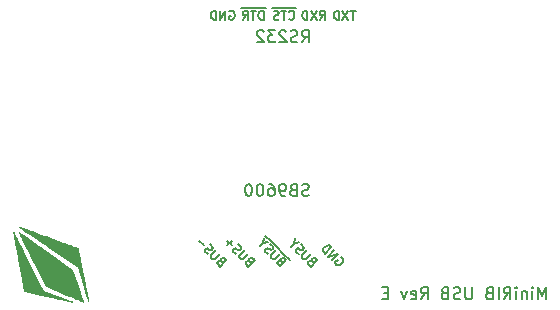
<source format=gbr>
%TF.GenerationSoftware,KiCad,Pcbnew,(6.0.7)*%
%TF.CreationDate,2023-04-17T23:48:31-04:00*%
%TF.ProjectId,minirib-usb,6d696e69-7269-4622-9d75-73622e6b6963,E*%
%TF.SameCoordinates,Original*%
%TF.FileFunction,Legend,Bot*%
%TF.FilePolarity,Positive*%
%FSLAX46Y46*%
G04 Gerber Fmt 4.6, Leading zero omitted, Abs format (unit mm)*
G04 Created by KiCad (PCBNEW (6.0.7)) date 2023-04-17 23:48:31*
%MOMM*%
%LPD*%
G01*
G04 APERTURE LIST*
%ADD10C,0.150000*%
%ADD11C,0.010000*%
G04 APERTURE END LIST*
D10*
X133000000Y-95039285D02*
X133250000Y-94682142D01*
X133428571Y-95039285D02*
X133428571Y-94289285D01*
X133142857Y-94289285D01*
X133071428Y-94325000D01*
X133035714Y-94360714D01*
X133000000Y-94432142D01*
X133000000Y-94539285D01*
X133035714Y-94610714D01*
X133071428Y-94646428D01*
X133142857Y-94682142D01*
X133428571Y-94682142D01*
X132750000Y-94289285D02*
X132250000Y-95039285D01*
X132250000Y-94289285D02*
X132750000Y-95039285D01*
X131964285Y-95039285D02*
X131964285Y-94289285D01*
X131785714Y-94289285D01*
X131678571Y-94325000D01*
X131607142Y-94396428D01*
X131571428Y-94467857D01*
X131535714Y-94610714D01*
X131535714Y-94717857D01*
X131571428Y-94860714D01*
X131607142Y-94932142D01*
X131678571Y-95003571D01*
X131785714Y-95039285D01*
X131964285Y-95039285D01*
X124665892Y-115490130D02*
X124564876Y-115439622D01*
X124514369Y-115439622D01*
X124438607Y-115464876D01*
X124362846Y-115540638D01*
X124337592Y-115616399D01*
X124337592Y-115666907D01*
X124362846Y-115742668D01*
X124564876Y-115944699D01*
X125095206Y-115414369D01*
X124918430Y-115237592D01*
X124842668Y-115212338D01*
X124792161Y-115212338D01*
X124716399Y-115237592D01*
X124665892Y-115288100D01*
X124640638Y-115363861D01*
X124640638Y-115414369D01*
X124665892Y-115490130D01*
X124842668Y-115666907D01*
X124564876Y-114884039D02*
X124135561Y-115313353D01*
X124059800Y-115338607D01*
X124009292Y-115338607D01*
X123933531Y-115313353D01*
X123832516Y-115212338D01*
X123807262Y-115136577D01*
X123807262Y-115086069D01*
X123832516Y-115010308D01*
X124261831Y-114580993D01*
X123529470Y-114858785D02*
X123428455Y-114808277D01*
X123302186Y-114682008D01*
X123276932Y-114606247D01*
X123276932Y-114555739D01*
X123302186Y-114479978D01*
X123352693Y-114429470D01*
X123428455Y-114404216D01*
X123478962Y-114404216D01*
X123554724Y-114429470D01*
X123680993Y-114505231D01*
X123756754Y-114530485D01*
X123807262Y-114530485D01*
X123883023Y-114505231D01*
X123933531Y-114454724D01*
X123958785Y-114378962D01*
X123958785Y-114328455D01*
X123933531Y-114252693D01*
X123807262Y-114126424D01*
X123706247Y-114075917D01*
X123175917Y-114151678D02*
X122771856Y-113747617D01*
X127065892Y-115490130D02*
X126964876Y-115439622D01*
X126914369Y-115439622D01*
X126838607Y-115464876D01*
X126762846Y-115540638D01*
X126737592Y-115616399D01*
X126737592Y-115666907D01*
X126762846Y-115742668D01*
X126964876Y-115944699D01*
X127495206Y-115414369D01*
X127318430Y-115237592D01*
X127242668Y-115212338D01*
X127192161Y-115212338D01*
X127116399Y-115237592D01*
X127065892Y-115288100D01*
X127040638Y-115363861D01*
X127040638Y-115414369D01*
X127065892Y-115490130D01*
X127242668Y-115666907D01*
X126964876Y-114884039D02*
X126535561Y-115313353D01*
X126459800Y-115338607D01*
X126409292Y-115338607D01*
X126333531Y-115313353D01*
X126232516Y-115212338D01*
X126207262Y-115136577D01*
X126207262Y-115086069D01*
X126232516Y-115010308D01*
X126661831Y-114580993D01*
X125929470Y-114858785D02*
X125828455Y-114808277D01*
X125702186Y-114682008D01*
X125676932Y-114606247D01*
X125676932Y-114555739D01*
X125702186Y-114479978D01*
X125752693Y-114429470D01*
X125828455Y-114404216D01*
X125878962Y-114404216D01*
X125954724Y-114429470D01*
X126080993Y-114505231D01*
X126156754Y-114530485D01*
X126207262Y-114530485D01*
X126283023Y-114505231D01*
X126333531Y-114454724D01*
X126358785Y-114378962D01*
X126358785Y-114328455D01*
X126333531Y-114252693D01*
X126207262Y-114126424D01*
X126106247Y-114075917D01*
X125575917Y-114151678D02*
X125171856Y-113747617D01*
X125171856Y-114151678D02*
X125575917Y-113747617D01*
X132365892Y-115490130D02*
X132264876Y-115439622D01*
X132214369Y-115439622D01*
X132138607Y-115464876D01*
X132062846Y-115540638D01*
X132037592Y-115616399D01*
X132037592Y-115666907D01*
X132062846Y-115742668D01*
X132264876Y-115944699D01*
X132795206Y-115414369D01*
X132618430Y-115237592D01*
X132542668Y-115212338D01*
X132492161Y-115212338D01*
X132416399Y-115237592D01*
X132365892Y-115288100D01*
X132340638Y-115363861D01*
X132340638Y-115414369D01*
X132365892Y-115490130D01*
X132542668Y-115666907D01*
X132264876Y-114884039D02*
X131835561Y-115313353D01*
X131759800Y-115338607D01*
X131709292Y-115338607D01*
X131633531Y-115313353D01*
X131532516Y-115212338D01*
X131507262Y-115136577D01*
X131507262Y-115086069D01*
X131532516Y-115010308D01*
X131961831Y-114580993D01*
X131229470Y-114858785D02*
X131128455Y-114808277D01*
X131002186Y-114682008D01*
X130976932Y-114606247D01*
X130976932Y-114555739D01*
X131002186Y-114479978D01*
X131052693Y-114429470D01*
X131128455Y-114404216D01*
X131178962Y-114404216D01*
X131254724Y-114429470D01*
X131380993Y-114505231D01*
X131456754Y-114530485D01*
X131507262Y-114530485D01*
X131583023Y-114505231D01*
X131633531Y-114454724D01*
X131658785Y-114378962D01*
X131658785Y-114328455D01*
X131633531Y-114252693D01*
X131507262Y-114126424D01*
X131406247Y-114075917D01*
X130825409Y-114000155D02*
X130572871Y-114252693D01*
X131279978Y-113899140D02*
X130825409Y-114000155D01*
X130926424Y-113545586D01*
X130462953Y-115382605D02*
X129932623Y-114852275D01*
X129757614Y-115481852D02*
X129656599Y-115431345D01*
X129606091Y-115431345D01*
X129530330Y-115456599D01*
X129454568Y-115532360D01*
X129429314Y-115608122D01*
X129429314Y-115658629D01*
X129454568Y-115734391D01*
X129656599Y-115936421D01*
X130186929Y-115406091D01*
X130010152Y-115229314D01*
X129934391Y-115204061D01*
X129883883Y-115204061D01*
X129808122Y-115229314D01*
X129757614Y-115279822D01*
X129732360Y-115355583D01*
X129732360Y-115406091D01*
X129757614Y-115481852D01*
X129934391Y-115658629D01*
X129932623Y-114852275D02*
X129377039Y-114296691D01*
X129656599Y-114875761D02*
X129227284Y-115305076D01*
X129151522Y-115330330D01*
X129101015Y-115330330D01*
X129025253Y-115305076D01*
X128924238Y-115204061D01*
X128898984Y-115128299D01*
X128898984Y-115077791D01*
X128924238Y-115002030D01*
X129353553Y-114572715D01*
X129377039Y-114296691D02*
X128871963Y-113791615D01*
X128621192Y-114850507D02*
X128520177Y-114800000D01*
X128393908Y-114673730D01*
X128368654Y-114597969D01*
X128368654Y-114547461D01*
X128393908Y-114471700D01*
X128444416Y-114421192D01*
X128520177Y-114395938D01*
X128570685Y-114395938D01*
X128646446Y-114421192D01*
X128772715Y-114496954D01*
X128848477Y-114522208D01*
X128898984Y-114522208D01*
X128974746Y-114496954D01*
X129025253Y-114446446D01*
X129050507Y-114370685D01*
X129050507Y-114320177D01*
X129025253Y-114244416D01*
X128898984Y-114118147D01*
X128797969Y-114067639D01*
X128871963Y-113791615D02*
X128417394Y-113337046D01*
X128217131Y-113991877D02*
X127964593Y-114244416D01*
X128671700Y-113890862D02*
X128217131Y-113991877D01*
X128318147Y-113537309D01*
X152154761Y-118702380D02*
X152154761Y-117702380D01*
X151821428Y-118416666D01*
X151488095Y-117702380D01*
X151488095Y-118702380D01*
X151011904Y-118702380D02*
X151011904Y-118035714D01*
X151011904Y-117702380D02*
X151059523Y-117750000D01*
X151011904Y-117797619D01*
X150964285Y-117750000D01*
X151011904Y-117702380D01*
X151011904Y-117797619D01*
X150535714Y-118035714D02*
X150535714Y-118702380D01*
X150535714Y-118130952D02*
X150488095Y-118083333D01*
X150392857Y-118035714D01*
X150250000Y-118035714D01*
X150154761Y-118083333D01*
X150107142Y-118178571D01*
X150107142Y-118702380D01*
X149630952Y-118702380D02*
X149630952Y-118035714D01*
X149630952Y-117702380D02*
X149678571Y-117750000D01*
X149630952Y-117797619D01*
X149583333Y-117750000D01*
X149630952Y-117702380D01*
X149630952Y-117797619D01*
X148583333Y-118702380D02*
X148916666Y-118226190D01*
X149154761Y-118702380D02*
X149154761Y-117702380D01*
X148773809Y-117702380D01*
X148678571Y-117750000D01*
X148630952Y-117797619D01*
X148583333Y-117892857D01*
X148583333Y-118035714D01*
X148630952Y-118130952D01*
X148678571Y-118178571D01*
X148773809Y-118226190D01*
X149154761Y-118226190D01*
X148154761Y-118702380D02*
X148154761Y-117702380D01*
X147345238Y-118178571D02*
X147202380Y-118226190D01*
X147154761Y-118273809D01*
X147107142Y-118369047D01*
X147107142Y-118511904D01*
X147154761Y-118607142D01*
X147202380Y-118654761D01*
X147297619Y-118702380D01*
X147678571Y-118702380D01*
X147678571Y-117702380D01*
X147345238Y-117702380D01*
X147250000Y-117750000D01*
X147202380Y-117797619D01*
X147154761Y-117892857D01*
X147154761Y-117988095D01*
X147202380Y-118083333D01*
X147250000Y-118130952D01*
X147345238Y-118178571D01*
X147678571Y-118178571D01*
X145916666Y-117702380D02*
X145916666Y-118511904D01*
X145869047Y-118607142D01*
X145821428Y-118654761D01*
X145726190Y-118702380D01*
X145535714Y-118702380D01*
X145440476Y-118654761D01*
X145392857Y-118607142D01*
X145345238Y-118511904D01*
X145345238Y-117702380D01*
X144916666Y-118654761D02*
X144773809Y-118702380D01*
X144535714Y-118702380D01*
X144440476Y-118654761D01*
X144392857Y-118607142D01*
X144345238Y-118511904D01*
X144345238Y-118416666D01*
X144392857Y-118321428D01*
X144440476Y-118273809D01*
X144535714Y-118226190D01*
X144726190Y-118178571D01*
X144821428Y-118130952D01*
X144869047Y-118083333D01*
X144916666Y-117988095D01*
X144916666Y-117892857D01*
X144869047Y-117797619D01*
X144821428Y-117750000D01*
X144726190Y-117702380D01*
X144488095Y-117702380D01*
X144345238Y-117750000D01*
X143583333Y-118178571D02*
X143440476Y-118226190D01*
X143392857Y-118273809D01*
X143345238Y-118369047D01*
X143345238Y-118511904D01*
X143392857Y-118607142D01*
X143440476Y-118654761D01*
X143535714Y-118702380D01*
X143916666Y-118702380D01*
X143916666Y-117702380D01*
X143583333Y-117702380D01*
X143488095Y-117750000D01*
X143440476Y-117797619D01*
X143392857Y-117892857D01*
X143392857Y-117988095D01*
X143440476Y-118083333D01*
X143488095Y-118130952D01*
X143583333Y-118178571D01*
X143916666Y-118178571D01*
X141583333Y-118702380D02*
X141916666Y-118226190D01*
X142154761Y-118702380D02*
X142154761Y-117702380D01*
X141773809Y-117702380D01*
X141678571Y-117750000D01*
X141630952Y-117797619D01*
X141583333Y-117892857D01*
X141583333Y-118035714D01*
X141630952Y-118130952D01*
X141678571Y-118178571D01*
X141773809Y-118226190D01*
X142154761Y-118226190D01*
X140773809Y-118654761D02*
X140869047Y-118702380D01*
X141059523Y-118702380D01*
X141154761Y-118654761D01*
X141202380Y-118559523D01*
X141202380Y-118178571D01*
X141154761Y-118083333D01*
X141059523Y-118035714D01*
X140869047Y-118035714D01*
X140773809Y-118083333D01*
X140726190Y-118178571D01*
X140726190Y-118273809D01*
X141202380Y-118369047D01*
X140392857Y-118035714D02*
X140154761Y-118702380D01*
X139916666Y-118035714D01*
X138773809Y-118178571D02*
X138440476Y-118178571D01*
X138297619Y-118702380D02*
X138773809Y-118702380D01*
X138773809Y-117702380D01*
X138297619Y-117702380D01*
X128435714Y-94077500D02*
X127685714Y-94077500D01*
X128257142Y-95039285D02*
X128257142Y-94289285D01*
X128078571Y-94289285D01*
X127971428Y-94325000D01*
X127900000Y-94396428D01*
X127864285Y-94467857D01*
X127828571Y-94610714D01*
X127828571Y-94717857D01*
X127864285Y-94860714D01*
X127900000Y-94932142D01*
X127971428Y-95003571D01*
X128078571Y-95039285D01*
X128257142Y-95039285D01*
X127685714Y-94077500D02*
X127114285Y-94077500D01*
X127614285Y-94289285D02*
X127185714Y-94289285D01*
X127400000Y-95039285D02*
X127400000Y-94289285D01*
X127114285Y-94077500D02*
X126364285Y-94077500D01*
X126507142Y-95039285D02*
X126757142Y-94682142D01*
X126935714Y-95039285D02*
X126935714Y-94289285D01*
X126650000Y-94289285D01*
X126578571Y-94325000D01*
X126542857Y-94360714D01*
X126507142Y-94432142D01*
X126507142Y-94539285D01*
X126542857Y-94610714D01*
X126578571Y-94646428D01*
X126650000Y-94682142D01*
X126935714Y-94682142D01*
X136046428Y-94289285D02*
X135617857Y-94289285D01*
X135832142Y-95039285D02*
X135832142Y-94289285D01*
X135439285Y-94289285D02*
X134939285Y-95039285D01*
X134939285Y-94289285D02*
X135439285Y-95039285D01*
X134653571Y-95039285D02*
X134653571Y-94289285D01*
X134475000Y-94289285D01*
X134367857Y-94325000D01*
X134296428Y-94396428D01*
X134260714Y-94467857D01*
X134225000Y-94610714D01*
X134225000Y-94717857D01*
X134260714Y-94860714D01*
X134296428Y-94932142D01*
X134367857Y-95003571D01*
X134475000Y-95039285D01*
X134653571Y-95039285D01*
X131495238Y-96952380D02*
X131828571Y-96476190D01*
X132066666Y-96952380D02*
X132066666Y-95952380D01*
X131685714Y-95952380D01*
X131590476Y-96000000D01*
X131542857Y-96047619D01*
X131495238Y-96142857D01*
X131495238Y-96285714D01*
X131542857Y-96380952D01*
X131590476Y-96428571D01*
X131685714Y-96476190D01*
X132066666Y-96476190D01*
X131114285Y-96904761D02*
X130971428Y-96952380D01*
X130733333Y-96952380D01*
X130638095Y-96904761D01*
X130590476Y-96857142D01*
X130542857Y-96761904D01*
X130542857Y-96666666D01*
X130590476Y-96571428D01*
X130638095Y-96523809D01*
X130733333Y-96476190D01*
X130923809Y-96428571D01*
X131019047Y-96380952D01*
X131066666Y-96333333D01*
X131114285Y-96238095D01*
X131114285Y-96142857D01*
X131066666Y-96047619D01*
X131019047Y-96000000D01*
X130923809Y-95952380D01*
X130685714Y-95952380D01*
X130542857Y-96000000D01*
X130161904Y-96047619D02*
X130114285Y-96000000D01*
X130019047Y-95952380D01*
X129780952Y-95952380D01*
X129685714Y-96000000D01*
X129638095Y-96047619D01*
X129590476Y-96142857D01*
X129590476Y-96238095D01*
X129638095Y-96380952D01*
X130209523Y-96952380D01*
X129590476Y-96952380D01*
X129257142Y-95952380D02*
X128638095Y-95952380D01*
X128971428Y-96333333D01*
X128828571Y-96333333D01*
X128733333Y-96380952D01*
X128685714Y-96428571D01*
X128638095Y-96523809D01*
X128638095Y-96761904D01*
X128685714Y-96857142D01*
X128733333Y-96904761D01*
X128828571Y-96952380D01*
X129114285Y-96952380D01*
X129209523Y-96904761D01*
X129257142Y-96857142D01*
X128257142Y-96047619D02*
X128209523Y-96000000D01*
X128114285Y-95952380D01*
X127876190Y-95952380D01*
X127780952Y-96000000D01*
X127733333Y-96047619D01*
X127685714Y-96142857D01*
X127685714Y-96238095D01*
X127733333Y-96380952D01*
X128304761Y-96952380D01*
X127685714Y-96952380D01*
X132090476Y-109904761D02*
X131947619Y-109952380D01*
X131709523Y-109952380D01*
X131614285Y-109904761D01*
X131566666Y-109857142D01*
X131519047Y-109761904D01*
X131519047Y-109666666D01*
X131566666Y-109571428D01*
X131614285Y-109523809D01*
X131709523Y-109476190D01*
X131900000Y-109428571D01*
X131995238Y-109380952D01*
X132042857Y-109333333D01*
X132090476Y-109238095D01*
X132090476Y-109142857D01*
X132042857Y-109047619D01*
X131995238Y-109000000D01*
X131900000Y-108952380D01*
X131661904Y-108952380D01*
X131519047Y-109000000D01*
X130757142Y-109428571D02*
X130614285Y-109476190D01*
X130566666Y-109523809D01*
X130519047Y-109619047D01*
X130519047Y-109761904D01*
X130566666Y-109857142D01*
X130614285Y-109904761D01*
X130709523Y-109952380D01*
X131090476Y-109952380D01*
X131090476Y-108952380D01*
X130757142Y-108952380D01*
X130661904Y-109000000D01*
X130614285Y-109047619D01*
X130566666Y-109142857D01*
X130566666Y-109238095D01*
X130614285Y-109333333D01*
X130661904Y-109380952D01*
X130757142Y-109428571D01*
X131090476Y-109428571D01*
X130042857Y-109952380D02*
X129852380Y-109952380D01*
X129757142Y-109904761D01*
X129709523Y-109857142D01*
X129614285Y-109714285D01*
X129566666Y-109523809D01*
X129566666Y-109142857D01*
X129614285Y-109047619D01*
X129661904Y-109000000D01*
X129757142Y-108952380D01*
X129947619Y-108952380D01*
X130042857Y-109000000D01*
X130090476Y-109047619D01*
X130138095Y-109142857D01*
X130138095Y-109380952D01*
X130090476Y-109476190D01*
X130042857Y-109523809D01*
X129947619Y-109571428D01*
X129757142Y-109571428D01*
X129661904Y-109523809D01*
X129614285Y-109476190D01*
X129566666Y-109380952D01*
X128709523Y-108952380D02*
X128900000Y-108952380D01*
X128995238Y-109000000D01*
X129042857Y-109047619D01*
X129138095Y-109190476D01*
X129185714Y-109380952D01*
X129185714Y-109761904D01*
X129138095Y-109857142D01*
X129090476Y-109904761D01*
X128995238Y-109952380D01*
X128804761Y-109952380D01*
X128709523Y-109904761D01*
X128661904Y-109857142D01*
X128614285Y-109761904D01*
X128614285Y-109523809D01*
X128661904Y-109428571D01*
X128709523Y-109380952D01*
X128804761Y-109333333D01*
X128995238Y-109333333D01*
X129090476Y-109380952D01*
X129138095Y-109428571D01*
X129185714Y-109523809D01*
X127995238Y-108952380D02*
X127900000Y-108952380D01*
X127804761Y-109000000D01*
X127757142Y-109047619D01*
X127709523Y-109142857D01*
X127661904Y-109333333D01*
X127661904Y-109571428D01*
X127709523Y-109761904D01*
X127757142Y-109857142D01*
X127804761Y-109904761D01*
X127900000Y-109952380D01*
X127995238Y-109952380D01*
X128090476Y-109904761D01*
X128138095Y-109857142D01*
X128185714Y-109761904D01*
X128233333Y-109571428D01*
X128233333Y-109333333D01*
X128185714Y-109142857D01*
X128138095Y-109047619D01*
X128090476Y-109000000D01*
X127995238Y-108952380D01*
X127042857Y-108952380D02*
X126947619Y-108952380D01*
X126852380Y-109000000D01*
X126804761Y-109047619D01*
X126757142Y-109142857D01*
X126709523Y-109333333D01*
X126709523Y-109571428D01*
X126757142Y-109761904D01*
X126804761Y-109857142D01*
X126852380Y-109904761D01*
X126947619Y-109952380D01*
X127042857Y-109952380D01*
X127138095Y-109904761D01*
X127185714Y-109857142D01*
X127233333Y-109761904D01*
X127280952Y-109571428D01*
X127280952Y-109333333D01*
X127233333Y-109142857D01*
X127185714Y-109047619D01*
X127138095Y-109000000D01*
X127042857Y-108952380D01*
X134792161Y-115161831D02*
X134867922Y-115187084D01*
X134943683Y-115262846D01*
X134994191Y-115363861D01*
X134994191Y-115464876D01*
X134968937Y-115540638D01*
X134893176Y-115666907D01*
X134817414Y-115742668D01*
X134691145Y-115818430D01*
X134615384Y-115843683D01*
X134514369Y-115843683D01*
X134413353Y-115793176D01*
X134362846Y-115742668D01*
X134312338Y-115641653D01*
X134312338Y-115591145D01*
X134489115Y-115414369D01*
X134590130Y-115515384D01*
X134034546Y-115414369D02*
X134564876Y-114884039D01*
X133731500Y-115111323D01*
X134261831Y-114580993D01*
X133478962Y-114858785D02*
X134009292Y-114328455D01*
X133883023Y-114202186D01*
X133782008Y-114151678D01*
X133680993Y-114151678D01*
X133605231Y-114176932D01*
X133478962Y-114252693D01*
X133403201Y-114328455D01*
X133327439Y-114454724D01*
X133302186Y-114530485D01*
X133302186Y-114631500D01*
X133352693Y-114732516D01*
X133478962Y-114858785D01*
X125371428Y-94325000D02*
X125442857Y-94289285D01*
X125550000Y-94289285D01*
X125657142Y-94325000D01*
X125728571Y-94396428D01*
X125764285Y-94467857D01*
X125800000Y-94610714D01*
X125800000Y-94717857D01*
X125764285Y-94860714D01*
X125728571Y-94932142D01*
X125657142Y-95003571D01*
X125550000Y-95039285D01*
X125478571Y-95039285D01*
X125371428Y-95003571D01*
X125335714Y-94967857D01*
X125335714Y-94717857D01*
X125478571Y-94717857D01*
X125014285Y-95039285D02*
X125014285Y-94289285D01*
X124585714Y-95039285D01*
X124585714Y-94289285D01*
X124228571Y-95039285D02*
X124228571Y-94289285D01*
X124050000Y-94289285D01*
X123942857Y-94325000D01*
X123871428Y-94396428D01*
X123835714Y-94467857D01*
X123800000Y-94610714D01*
X123800000Y-94717857D01*
X123835714Y-94860714D01*
X123871428Y-94932142D01*
X123942857Y-95003571D01*
X124050000Y-95039285D01*
X124228571Y-95039285D01*
X131017857Y-94077500D02*
X130267857Y-94077500D01*
X130410714Y-94967857D02*
X130446428Y-95003571D01*
X130553571Y-95039285D01*
X130625000Y-95039285D01*
X130732142Y-95003571D01*
X130803571Y-94932142D01*
X130839285Y-94860714D01*
X130875000Y-94717857D01*
X130875000Y-94610714D01*
X130839285Y-94467857D01*
X130803571Y-94396428D01*
X130732142Y-94325000D01*
X130625000Y-94289285D01*
X130553571Y-94289285D01*
X130446428Y-94325000D01*
X130410714Y-94360714D01*
X130267857Y-94077500D02*
X129696428Y-94077500D01*
X130196428Y-94289285D02*
X129767857Y-94289285D01*
X129982142Y-95039285D02*
X129982142Y-94289285D01*
X129696428Y-94077500D02*
X128982142Y-94077500D01*
X129553571Y-95003571D02*
X129446428Y-95039285D01*
X129267857Y-95039285D01*
X129196428Y-95003571D01*
X129160714Y-94967857D01*
X129125000Y-94896428D01*
X129125000Y-94825000D01*
X129160714Y-94753571D01*
X129196428Y-94717857D01*
X129267857Y-94682142D01*
X129410714Y-94646428D01*
X129482142Y-94610714D01*
X129517857Y-94575000D01*
X129553571Y-94503571D01*
X129553571Y-94432142D01*
X129517857Y-94360714D01*
X129482142Y-94325000D01*
X129410714Y-94289285D01*
X129232142Y-94289285D01*
X129125000Y-94325000D01*
%TO.C,G\u002A\u002A\u002A*%
G36*
X107538381Y-113039611D02*
G01*
X107555459Y-113050839D01*
X107591626Y-113075456D01*
X107645968Y-113112825D01*
X107717573Y-113162310D01*
X107805526Y-113223274D01*
X107908914Y-113295081D01*
X108026824Y-113377094D01*
X108158342Y-113468676D01*
X108302555Y-113569191D01*
X108458549Y-113678003D01*
X108625412Y-113794475D01*
X108802229Y-113917969D01*
X108988087Y-114047851D01*
X109182072Y-114183482D01*
X109383272Y-114324227D01*
X109590773Y-114469449D01*
X109803661Y-114618512D01*
X112065619Y-116202685D01*
X112515867Y-117554498D01*
X112542251Y-117633730D01*
X112600059Y-117807439D01*
X112655413Y-117973931D01*
X112707824Y-118131723D01*
X112756800Y-118279332D01*
X112801852Y-118415275D01*
X112842488Y-118538069D01*
X112878219Y-118646231D01*
X112908553Y-118738278D01*
X112933000Y-118812727D01*
X112951069Y-118868094D01*
X112962271Y-118902898D01*
X112966114Y-118915655D01*
X112966113Y-118915876D01*
X112963013Y-118924608D01*
X112957505Y-118922321D01*
X112931122Y-118911108D01*
X112884133Y-118891046D01*
X112817835Y-118862693D01*
X112733527Y-118826605D01*
X112632509Y-118783339D01*
X112516078Y-118733451D01*
X112385534Y-118677498D01*
X112242176Y-118616036D01*
X112087301Y-118549623D01*
X111922208Y-118478814D01*
X111748197Y-118404166D01*
X111566566Y-118326236D01*
X111378614Y-118245580D01*
X109797315Y-117566943D01*
X108664893Y-115305257D01*
X108598760Y-115173153D01*
X108489214Y-114954223D01*
X108383007Y-114741835D01*
X108280658Y-114537033D01*
X108182684Y-114340857D01*
X108089605Y-114154350D01*
X108001939Y-113978555D01*
X107920204Y-113814512D01*
X107844920Y-113663264D01*
X107776605Y-113525854D01*
X107715777Y-113403322D01*
X107662956Y-113296713D01*
X107618658Y-113207066D01*
X107583404Y-113135425D01*
X107557712Y-113082831D01*
X107542100Y-113050327D01*
X107537087Y-113038955D01*
X107538381Y-113039611D01*
G37*
D11*
X107538381Y-113039611D02*
X107555459Y-113050839D01*
X107591626Y-113075456D01*
X107645968Y-113112825D01*
X107717573Y-113162310D01*
X107805526Y-113223274D01*
X107908914Y-113295081D01*
X108026824Y-113377094D01*
X108158342Y-113468676D01*
X108302555Y-113569191D01*
X108458549Y-113678003D01*
X108625412Y-113794475D01*
X108802229Y-113917969D01*
X108988087Y-114047851D01*
X109182072Y-114183482D01*
X109383272Y-114324227D01*
X109590773Y-114469449D01*
X109803661Y-114618512D01*
X112065619Y-116202685D01*
X112515867Y-117554498D01*
X112542251Y-117633730D01*
X112600059Y-117807439D01*
X112655413Y-117973931D01*
X112707824Y-118131723D01*
X112756800Y-118279332D01*
X112801852Y-118415275D01*
X112842488Y-118538069D01*
X112878219Y-118646231D01*
X112908553Y-118738278D01*
X112933000Y-118812727D01*
X112951069Y-118868094D01*
X112962271Y-118902898D01*
X112966114Y-118915655D01*
X112966113Y-118915876D01*
X112963013Y-118924608D01*
X112957505Y-118922321D01*
X112931122Y-118911108D01*
X112884133Y-118891046D01*
X112817835Y-118862693D01*
X112733527Y-118826605D01*
X112632509Y-118783339D01*
X112516078Y-118733451D01*
X112385534Y-118677498D01*
X112242176Y-118616036D01*
X112087301Y-118549623D01*
X111922208Y-118478814D01*
X111748197Y-118404166D01*
X111566566Y-118326236D01*
X111378614Y-118245580D01*
X109797315Y-117566943D01*
X108664893Y-115305257D01*
X108598760Y-115173153D01*
X108489214Y-114954223D01*
X108383007Y-114741835D01*
X108280658Y-114537033D01*
X108182684Y-114340857D01*
X108089605Y-114154350D01*
X108001939Y-113978555D01*
X107920204Y-113814512D01*
X107844920Y-113663264D01*
X107776605Y-113525854D01*
X107715777Y-113403322D01*
X107662956Y-113296713D01*
X107618658Y-113207066D01*
X107583404Y-113135425D01*
X107557712Y-113082831D01*
X107542100Y-113050327D01*
X107537087Y-113038955D01*
X107538381Y-113039611D01*
G36*
X107580651Y-112594444D02*
G01*
X107620704Y-112607623D01*
X107636930Y-112613387D01*
X107680761Y-112629119D01*
X107744650Y-112652168D01*
X107827283Y-112682055D01*
X107927345Y-112718301D01*
X108043522Y-112760428D01*
X108174500Y-112807957D01*
X108318965Y-112860411D01*
X108475602Y-112917310D01*
X108643097Y-112978176D01*
X108820137Y-113042531D01*
X109005405Y-113109895D01*
X109197589Y-113179792D01*
X109395375Y-113251741D01*
X109597447Y-113325265D01*
X109802491Y-113399885D01*
X110009195Y-113475123D01*
X110216242Y-113550500D01*
X110422319Y-113625538D01*
X110626111Y-113699758D01*
X110826305Y-113772682D01*
X111021586Y-113843831D01*
X111210640Y-113912726D01*
X111392152Y-113978890D01*
X111564809Y-114041844D01*
X111727295Y-114101109D01*
X111878298Y-114156207D01*
X112016502Y-114206660D01*
X112140593Y-114251988D01*
X112249258Y-114291714D01*
X112341181Y-114325358D01*
X112415048Y-114352443D01*
X112469546Y-114372490D01*
X112503360Y-114385021D01*
X112515176Y-114389556D01*
X112515283Y-114389822D01*
X112518782Y-114405273D01*
X112526794Y-114443398D01*
X112539027Y-114502728D01*
X112555185Y-114581798D01*
X112574976Y-114679141D01*
X112598105Y-114793291D01*
X112624280Y-114922780D01*
X112653207Y-115066143D01*
X112684591Y-115221911D01*
X112718141Y-115388620D01*
X112753561Y-115564802D01*
X112790558Y-115748991D01*
X112828839Y-115939720D01*
X112868110Y-116135522D01*
X112908078Y-116334931D01*
X112948449Y-116536480D01*
X112988929Y-116738702D01*
X113029225Y-116940132D01*
X113069043Y-117139301D01*
X113108089Y-117334744D01*
X113146071Y-117524995D01*
X113182694Y-117708585D01*
X113217664Y-117884050D01*
X113250689Y-118049921D01*
X113281474Y-118204733D01*
X113309727Y-118347019D01*
X113335153Y-118475312D01*
X113357458Y-118588146D01*
X113376350Y-118684053D01*
X113391534Y-118761568D01*
X113402718Y-118819224D01*
X113409606Y-118855554D01*
X113411907Y-118869091D01*
X113409133Y-118861709D01*
X113399504Y-118832268D01*
X113383410Y-118781767D01*
X113361291Y-118711623D01*
X113333590Y-118623254D01*
X113300747Y-118518078D01*
X113263205Y-118397514D01*
X113221405Y-118262980D01*
X113175788Y-118115893D01*
X113126795Y-117957671D01*
X113074869Y-117789733D01*
X113020451Y-117613497D01*
X112963982Y-117430380D01*
X112516748Y-115979168D01*
X110042545Y-114292587D01*
X110034259Y-114286939D01*
X109810441Y-114134362D01*
X109591944Y-113985399D01*
X109379659Y-113840657D01*
X109174480Y-113700747D01*
X108977299Y-113566277D01*
X108789009Y-113437857D01*
X108610504Y-113316096D01*
X108442675Y-113201603D01*
X108286415Y-113094987D01*
X108142618Y-112996858D01*
X108012176Y-112907824D01*
X107895981Y-112828495D01*
X107794927Y-112759480D01*
X107709907Y-112701388D01*
X107641812Y-112654828D01*
X107591537Y-112620410D01*
X107559973Y-112598743D01*
X107548014Y-112590436D01*
X107545892Y-112588216D01*
X107554379Y-112587659D01*
X107580651Y-112594444D01*
G37*
X107580651Y-112594444D02*
X107620704Y-112607623D01*
X107636930Y-112613387D01*
X107680761Y-112629119D01*
X107744650Y-112652168D01*
X107827283Y-112682055D01*
X107927345Y-112718301D01*
X108043522Y-112760428D01*
X108174500Y-112807957D01*
X108318965Y-112860411D01*
X108475602Y-112917310D01*
X108643097Y-112978176D01*
X108820137Y-113042531D01*
X109005405Y-113109895D01*
X109197589Y-113179792D01*
X109395375Y-113251741D01*
X109597447Y-113325265D01*
X109802491Y-113399885D01*
X110009195Y-113475123D01*
X110216242Y-113550500D01*
X110422319Y-113625538D01*
X110626111Y-113699758D01*
X110826305Y-113772682D01*
X111021586Y-113843831D01*
X111210640Y-113912726D01*
X111392152Y-113978890D01*
X111564809Y-114041844D01*
X111727295Y-114101109D01*
X111878298Y-114156207D01*
X112016502Y-114206660D01*
X112140593Y-114251988D01*
X112249258Y-114291714D01*
X112341181Y-114325358D01*
X112415048Y-114352443D01*
X112469546Y-114372490D01*
X112503360Y-114385021D01*
X112515176Y-114389556D01*
X112515283Y-114389822D01*
X112518782Y-114405273D01*
X112526794Y-114443398D01*
X112539027Y-114502728D01*
X112555185Y-114581798D01*
X112574976Y-114679141D01*
X112598105Y-114793291D01*
X112624280Y-114922780D01*
X112653207Y-115066143D01*
X112684591Y-115221911D01*
X112718141Y-115388620D01*
X112753561Y-115564802D01*
X112790558Y-115748991D01*
X112828839Y-115939720D01*
X112868110Y-116135522D01*
X112908078Y-116334931D01*
X112948449Y-116536480D01*
X112988929Y-116738702D01*
X113029225Y-116940132D01*
X113069043Y-117139301D01*
X113108089Y-117334744D01*
X113146071Y-117524995D01*
X113182694Y-117708585D01*
X113217664Y-117884050D01*
X113250689Y-118049921D01*
X113281474Y-118204733D01*
X113309727Y-118347019D01*
X113335153Y-118475312D01*
X113357458Y-118588146D01*
X113376350Y-118684053D01*
X113391534Y-118761568D01*
X113402718Y-118819224D01*
X113409606Y-118855554D01*
X113411907Y-118869091D01*
X113409133Y-118861709D01*
X113399504Y-118832268D01*
X113383410Y-118781767D01*
X113361291Y-118711623D01*
X113333590Y-118623254D01*
X113300747Y-118518078D01*
X113263205Y-118397514D01*
X113221405Y-118262980D01*
X113175788Y-118115893D01*
X113126795Y-117957671D01*
X113074869Y-117789733D01*
X113020451Y-117613497D01*
X112963982Y-117430380D01*
X112516748Y-115979168D01*
X110042545Y-114292587D01*
X110034259Y-114286939D01*
X109810441Y-114134362D01*
X109591944Y-113985399D01*
X109379659Y-113840657D01*
X109174480Y-113700747D01*
X108977299Y-113566277D01*
X108789009Y-113437857D01*
X108610504Y-113316096D01*
X108442675Y-113201603D01*
X108286415Y-113094987D01*
X108142618Y-112996858D01*
X108012176Y-112907824D01*
X107895981Y-112828495D01*
X107794927Y-112759480D01*
X107709907Y-112701388D01*
X107641812Y-112654828D01*
X107591537Y-112620410D01*
X107559973Y-112598743D01*
X107548014Y-112590436D01*
X107545892Y-112588216D01*
X107554379Y-112587659D01*
X107580651Y-112594444D01*
G36*
X107079672Y-113040286D02*
G01*
X107089866Y-113059751D01*
X107110443Y-113100010D01*
X107140906Y-113160071D01*
X107180760Y-113238947D01*
X107229507Y-113335646D01*
X107286650Y-113449181D01*
X107351693Y-113578560D01*
X107424138Y-113722794D01*
X107503490Y-113880894D01*
X107589251Y-114051870D01*
X107680925Y-114234733D01*
X107778014Y-114428493D01*
X107880023Y-114632160D01*
X107986454Y-114844744D01*
X108096810Y-115065257D01*
X108210595Y-115292708D01*
X108327312Y-115526107D01*
X109572701Y-118016983D01*
X110776414Y-118454132D01*
X110904114Y-118500526D01*
X111065902Y-118559358D01*
X111220374Y-118615589D01*
X111365929Y-118668632D01*
X111500968Y-118717903D01*
X111623888Y-118762817D01*
X111733092Y-118802788D01*
X111826977Y-118837230D01*
X111903944Y-118865559D01*
X111962393Y-118887190D01*
X112000723Y-118901535D01*
X112017334Y-118908012D01*
X112023521Y-118910881D01*
X112036910Y-118918774D01*
X112029737Y-118919097D01*
X112016671Y-118916181D01*
X111980470Y-118908126D01*
X111922536Y-118895245D01*
X111844147Y-118877822D01*
X111746585Y-118856142D01*
X111631129Y-118830488D01*
X111499059Y-118801145D01*
X111351654Y-118768397D01*
X111190195Y-118732530D01*
X111015961Y-118693826D01*
X110830232Y-118652570D01*
X110634289Y-118609047D01*
X110429409Y-118563541D01*
X110216875Y-118516337D01*
X109997965Y-118467718D01*
X109789434Y-118421379D01*
X109577085Y-118374136D01*
X109372516Y-118328569D01*
X109176992Y-118284962D01*
X108991777Y-118243598D01*
X108818136Y-118204761D01*
X108657332Y-118168734D01*
X108510630Y-118135803D01*
X108379296Y-118106250D01*
X108264592Y-118080360D01*
X108167783Y-118058416D01*
X108090135Y-118040702D01*
X108032910Y-118027503D01*
X107997375Y-118019101D01*
X107984792Y-118015781D01*
X107982366Y-118004954D01*
X107975730Y-117971054D01*
X107965173Y-117915457D01*
X107950948Y-117839557D01*
X107933310Y-117744754D01*
X107912514Y-117632443D01*
X107888814Y-117504021D01*
X107862463Y-117360886D01*
X107833717Y-117204433D01*
X107802830Y-117036061D01*
X107770056Y-116857165D01*
X107735649Y-116669143D01*
X107699863Y-116473391D01*
X107662954Y-116271307D01*
X107625175Y-116064286D01*
X107586781Y-115853727D01*
X107548025Y-115641026D01*
X107509163Y-115427580D01*
X107470448Y-115214786D01*
X107432135Y-115004040D01*
X107394479Y-114796739D01*
X107357733Y-114594281D01*
X107322151Y-114398062D01*
X107287989Y-114209479D01*
X107255501Y-114029929D01*
X107224940Y-113860808D01*
X107196562Y-113703514D01*
X107170620Y-113559444D01*
X107147368Y-113429994D01*
X107127062Y-113316561D01*
X107109955Y-113220543D01*
X107096302Y-113143335D01*
X107086357Y-113086335D01*
X107080375Y-113050940D01*
X107078609Y-113038546D01*
X107079672Y-113040286D01*
G37*
X107079672Y-113040286D02*
X107089866Y-113059751D01*
X107110443Y-113100010D01*
X107140906Y-113160071D01*
X107180760Y-113238947D01*
X107229507Y-113335646D01*
X107286650Y-113449181D01*
X107351693Y-113578560D01*
X107424138Y-113722794D01*
X107503490Y-113880894D01*
X107589251Y-114051870D01*
X107680925Y-114234733D01*
X107778014Y-114428493D01*
X107880023Y-114632160D01*
X107986454Y-114844744D01*
X108096810Y-115065257D01*
X108210595Y-115292708D01*
X108327312Y-115526107D01*
X109572701Y-118016983D01*
X110776414Y-118454132D01*
X110904114Y-118500526D01*
X111065902Y-118559358D01*
X111220374Y-118615589D01*
X111365929Y-118668632D01*
X111500968Y-118717903D01*
X111623888Y-118762817D01*
X111733092Y-118802788D01*
X111826977Y-118837230D01*
X111903944Y-118865559D01*
X111962393Y-118887190D01*
X112000723Y-118901535D01*
X112017334Y-118908012D01*
X112023521Y-118910881D01*
X112036910Y-118918774D01*
X112029737Y-118919097D01*
X112016671Y-118916181D01*
X111980470Y-118908126D01*
X111922536Y-118895245D01*
X111844147Y-118877822D01*
X111746585Y-118856142D01*
X111631129Y-118830488D01*
X111499059Y-118801145D01*
X111351654Y-118768397D01*
X111190195Y-118732530D01*
X111015961Y-118693826D01*
X110830232Y-118652570D01*
X110634289Y-118609047D01*
X110429409Y-118563541D01*
X110216875Y-118516337D01*
X109997965Y-118467718D01*
X109789434Y-118421379D01*
X109577085Y-118374136D01*
X109372516Y-118328569D01*
X109176992Y-118284962D01*
X108991777Y-118243598D01*
X108818136Y-118204761D01*
X108657332Y-118168734D01*
X108510630Y-118135803D01*
X108379296Y-118106250D01*
X108264592Y-118080360D01*
X108167783Y-118058416D01*
X108090135Y-118040702D01*
X108032910Y-118027503D01*
X107997375Y-118019101D01*
X107984792Y-118015781D01*
X107982366Y-118004954D01*
X107975730Y-117971054D01*
X107965173Y-117915457D01*
X107950948Y-117839557D01*
X107933310Y-117744754D01*
X107912514Y-117632443D01*
X107888814Y-117504021D01*
X107862463Y-117360886D01*
X107833717Y-117204433D01*
X107802830Y-117036061D01*
X107770056Y-116857165D01*
X107735649Y-116669143D01*
X107699863Y-116473391D01*
X107662954Y-116271307D01*
X107625175Y-116064286D01*
X107586781Y-115853727D01*
X107548025Y-115641026D01*
X107509163Y-115427580D01*
X107470448Y-115214786D01*
X107432135Y-115004040D01*
X107394479Y-114796739D01*
X107357733Y-114594281D01*
X107322151Y-114398062D01*
X107287989Y-114209479D01*
X107255501Y-114029929D01*
X107224940Y-113860808D01*
X107196562Y-113703514D01*
X107170620Y-113559444D01*
X107147368Y-113429994D01*
X107127062Y-113316561D01*
X107109955Y-113220543D01*
X107096302Y-113143335D01*
X107086357Y-113086335D01*
X107080375Y-113050940D01*
X107078609Y-113038546D01*
X107079672Y-113040286D01*
%TD*%
M02*

</source>
